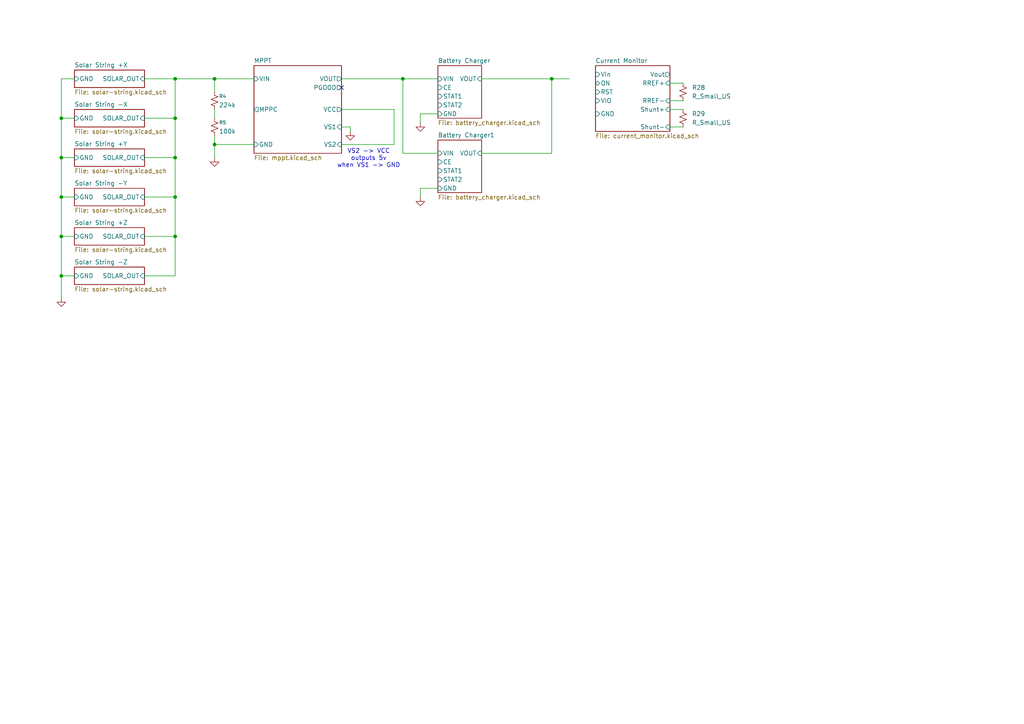
<source format=kicad_sch>
(kicad_sch (version 20250114) (generator "eeschema") (generator_version "9.0")
  (paper "A4")
  (title_block (title "SCRT Cubesat EPS") (date "2025-08-22") (rev "1") (company "OSU"))
  (lib_symbols
    (symbol "Device:R_Small_US" (pin_numbers (hide yes)) (pin_names (offset 0.254) (hide yes))
      (property "Reference" "R" (at 0.762 0.508 0))
      (property "Value" "R_Small_US" (at 0.762 -1.016 0))
      (symbol "R_Small_US_1_1"
        (polyline (pts (xy 0 1.524) (xy 1.016 1.143) (xy 0 0.762) (xy -1.016 0.381) (xy 0 0)))
        (polyline (pts (xy 0 0) (xy 1.016 -0.381) (xy 0 -0.762) (xy -1.016 -1.143) (xy 0 -1.524)))
        (pin passive line (at 0 2.54 270) (length 1.016) (name "~") (number "1"))
        (pin passive line (at 0 -2.54 90) (length 1.016) (name "~") (number "2"))
      )
    )
    (symbol "power:GND" (power) (pin_numbers (hide yes)) (pin_names (offset 0) (hide yes))
      (property "Value" "GND" (at 0 -3.81 0))
      (symbol "GND_0_1"
        (polyline (pts (xy 0 0) (xy 0 -1.27) (xy 1.27 -1.27) (xy 0 -2.54) (xy -1.27 -1.27) (xy 0 -1.27)))
      )
      (symbol "GND_1_1"
        (pin power_in line (at 0 0 270) (length 0) (name "~") (number "1"))
      )
    )
  )
  (text "VS2 -> VCC\noutputs 5v\nwhen VS1 -> GND" (at 106.934 45.974 0) (effects (font (size 1.27 1.27))))
  (junction (at 116.84 22.86))
  (junction (at 17.78 45.72))
  (junction (at 50.8 68.58))
  (junction (at 50.8 45.72))
  (junction (at 17.78 68.58))
  (junction (at 50.8 22.86))
  (junction (at 160.02 22.86))
  (junction (at 17.78 34.29))
  (junction (at 17.78 80.01))
  (junction (at 62.23 41.91))
  (junction (at 50.8 34.29))
  (junction (at 50.8 57.15))
  (junction (at 17.78 57.15))
  (junction (at 62.23 22.86))
  (no_connect (at 99.06 25.4))
  (wire (pts (xy 41.91 68.58) (xy 50.8 68.58)))
  (wire (pts (xy 99.06 36.83) (xy 101.6 36.83)))
  (wire (pts (xy 139.7 22.86) (xy 160.02 22.86)))
  (wire (pts (xy 160.02 22.86) (xy 165.1 22.86)))
  (wire (pts (xy 114.3 31.75) (xy 99.06 31.75)))
  (wire (pts (xy 17.78 57.15) (xy 17.78 68.58)))
  (wire (pts (xy 17.78 34.29) (xy 21.59 34.29)))
  (wire (pts (xy 194.31 24.13) (xy 198.12 24.13)))
  (wire (pts (xy 17.78 57.15) (xy 21.59 57.15)))
  (wire (pts (xy 17.78 68.58) (xy 21.59 68.58)))
  (wire (pts (xy 194.31 36.83) (xy 198.12 36.83)))
  (wire (pts (xy 121.92 54.61) (xy 121.92 57.15)))
  (wire (pts (xy 17.78 80.01) (xy 21.59 80.01)))
  (wire (pts (xy 50.8 68.58) (xy 50.8 57.15)))
  (wire (pts (xy 17.78 80.01) (xy 17.78 86.36)))
  (wire (pts (xy 114.3 41.91) (xy 114.3 31.75)))
  (wire (pts (xy 17.78 22.86) (xy 17.78 34.29)))
  (wire (pts (xy 62.23 45.72) (xy 62.23 41.91)))
  (wire (pts (xy 41.91 57.15) (xy 50.8 57.15)))
  (wire (pts (xy 62.23 22.86) (xy 73.66 22.86)))
  (wire (pts (xy 41.91 22.86) (xy 50.8 22.86)))
  (wire (pts (xy 17.78 34.29) (xy 17.78 45.72)))
  (wire (pts (xy 160.02 44.45) (xy 160.02 22.86)))
  (wire (pts (xy 121.92 33.02) (xy 127 33.02)))
  (wire (pts (xy 116.84 22.86) (xy 116.84 44.45)))
  (wire (pts (xy 50.8 22.86) (xy 62.23 22.86)))
  (wire (pts (xy 50.8 57.15) (xy 50.8 45.72)))
  (wire (pts (xy 139.7 44.45) (xy 160.02 44.45)))
  (wire (pts (xy 21.59 22.86) (xy 17.78 22.86)))
  (wire (pts (xy 116.84 44.45) (xy 127 44.45)))
  (wire (pts (xy 50.8 45.72) (xy 50.8 34.29)))
  (wire (pts (xy 17.78 45.72) (xy 21.59 45.72)))
  (wire (pts (xy 62.23 41.91) (xy 73.66 41.91)))
  (wire (pts (xy 127 54.61) (xy 121.92 54.61)))
  (wire (pts (xy 50.8 34.29) (xy 50.8 22.86)))
  (wire (pts (xy 99.06 41.91) (xy 114.3 41.91)))
  (wire (pts (xy 116.84 22.86) (xy 127 22.86)))
  (wire (pts (xy 101.6 36.83) (xy 101.6 38.1)))
  (wire (pts (xy 41.91 34.29) (xy 50.8 34.29)))
  (wire (pts (xy 194.31 29.21) (xy 198.12 29.21)))
  (wire (pts (xy 62.23 31.75) (xy 62.23 34.29)))
  (wire (pts (xy 121.92 35.56) (xy 121.92 33.02)))
  (wire (pts (xy 62.23 39.37) (xy 62.23 41.91)))
  (wire (pts (xy 41.91 45.72) (xy 50.8 45.72)))
  (wire (pts (xy 50.8 80.01) (xy 50.8 68.58)))
  (wire (pts (xy 194.31 31.75) (xy 198.12 31.75)))
  (wire (pts (xy 41.91 80.01) (xy 50.8 80.01)))
  (wire (pts (xy 99.06 22.86) (xy 116.84 22.86)))
  (wire (pts (xy 17.78 68.58) (xy 17.78 80.01)))
  (wire (pts (xy 62.23 22.86) (xy 62.23 26.67)))
  (wire (pts (xy 17.78 45.72) (xy 17.78 57.15)))
  (symbol (lib_id "Device:R_Small_US") (at 198.12 34.29 0) (unit 1)
    (property "Reference" "R29" (at 200.66 33.0199 0) (effects (justify left)))
    (property "Value" "R_Small_US" (at 200.66 35.5599 0) (effects (justify left)))
    (property "Description" "Resistor, small US symbol" (effects (hide yes)))
  )
  (symbol (lib_id "Device:R_Small_US") (at 198.12 26.67 0) (unit 1)
    (property "Reference" "R28" (at 200.66 25.3999 0) (effects (justify left)))
    (property "Value" "R_Small_US" (at 200.66 27.9399 0) (effects (justify left)))
    (property "Description" "Resistor, small US symbol" (effects (hide yes)))
  )
  (symbol (lib_id "power:GND") (at 17.78 86.36 0) (unit 1)
    (property "Reference" "#PWR01" (effects (hide yes)))
    (property "Value" "GND" (effects (hide yes)))
    (property "Description" "Power symbol creates a global label with name \"GND\" , ground" (effects (hide yes)))
  )
  (symbol (lib_id "Device:R_Small_US") (at 62.23 29.21 0) (unit 1)
    (property "Reference" "R4" (at 63.5 27.94 0) (effects (font (size 1.016 1.016)) (justify left)))
    (property "Value" "224k" (at 63.5 30.48 0) (effects (justify left)))
    (property "Description" "Resistor, small US symbol" (effects (hide yes)))
  )
  (symbol (lib_id "power:GND") (at 62.23 45.72 0) (unit 1)
    (property "Reference" "#PWR02" (effects (hide yes)))
    (property "Value" "GND" (effects (hide yes)))
    (property "Description" "Power symbol creates a global label with name \"GND\" , ground" (effects (hide yes)))
  )
  (symbol (lib_id "power:GND") (at 121.92 35.56 0) (unit 1)
    (property "Reference" "#PWR04" (effects (hide yes)))
    (property "Value" "GND" (effects (hide yes)))
    (property "Description" "Power symbol creates a global label with name \"GND\" , ground" (effects (hide yes)))
  )
  (symbol (lib_id "power:GND") (at 121.92 57.15 0) (unit 1)
    (property "Reference" "#PWR05" (effects (hide yes)))
    (property "Value" "GND" (effects (hide yes)))
    (property "Description" "Power symbol creates a global label with name \"GND\" , ground" (effects (hide yes)))
  )
  (symbol (lib_id "Device:R_Small_US") (at 62.23 36.83 0) (unit 1)
    (property "Reference" "R5" (at 63.5 35.56 0) (effects (font (size 1.016 1.016)) (justify left)))
    (property "Value" "100k" (at 63.5 38.1 0) (effects (justify left)))
    (property "Description" "Resistor, small US symbol" (effects (hide yes)))
  )
  (symbol (lib_id "power:GND") (at 101.6 38.1 0) (unit 1)
    (property "Reference" "#PWR03" (effects (hide yes)))
    (property "Value" "GND" (effects (hide yes)))
    (property "Description" "Power symbol creates a global label with name \"GND\" , ground" (effects (hide yes)))
  )
  (sheet (at 172.72 19.05) (size 21.59 19.05) (stroke (width 0.1524))
    (property "Sheetname" "Current Monitor" (at 172.72 18.3384 0) (effects (justify left bottom)))
    (property "Sheetfile" "current_monitor.kicad_sch" (at 172.72 38.6846 0) (effects (justify left top)))
    (pin "GND" input (at 172.72 33.02 180))
    (pin "ON" bidirectional (at 172.72 24.13 180))
    (pin "VIO" input (at 172.72 29.21 180))
    (pin "Shunt-" input (at 194.31 36.83 0))
    (pin "Vout" output (at 194.31 21.59 0))
    (pin "RST" input (at 172.72 26.67 180))
    (pin "Shunt+" input (at 194.31 31.75 0))
    (pin "Vin" input (at 172.72 21.59 180))
    (pin "RREF-" input (at 194.31 29.21 0))
    (pin "RREF+" input (at 194.31 24.13 0))
  )
  (sheet (at 21.59 54.61) (size 20.32 5.08) (stroke (width 0.1524))
    (property "Sheetname" "Solar String -Y" (at 21.59 53.8984 0) (effects (justify left bottom)))
    (property "Sheetfile" "solar-string.kicad_sch" (at 21.59 60.2746 0) (effects (justify left top)))
    (pin "SOLAR_OUT" input (at 41.91 57.15 0))
    (pin "GND" input (at 21.59 57.15 180))
  )
  (sheet (at 21.59 31.75) (size 20.32 5.08) (stroke (width 0.1524))
    (property "Sheetname" "Solar String -X" (at 21.59 31.0384 0) (effects (justify left bottom)))
    (property "Sheetfile" "solar-string.kicad_sch" (at 21.59 37.4146 0) (effects (justify left top)))
    (pin "SOLAR_OUT" input (at 41.91 34.29 0))
    (pin "GND" input (at 21.59 34.29 180))
  )
  (sheet (at 127 40.64) (size 12.7 15.24) (stroke (width 0.1524))
    (property "Sheetname" "Battery Charger1" (at 127 39.9284 0) (effects (justify left bottom)))
    (property "Sheetfile" "battery_charger.kicad_sch" (at 127 56.4646 0) (effects (justify left top)))
    (pin "CE" input (at 127 46.99 180))
    (pin "STAT1" input (at 127 49.53 180))
    (pin "STAT2" input (at 127 52.07 180))
    (pin "VIN" input (at 127 44.45 180))
    (pin "VOUT" input (at 139.7 44.45 0))
    (pin "GND" input (at 127 54.61 180))
  )
  (sheet (at 21.59 77.47) (size 20.32 5.08) (stroke (width 0.1524))
    (property "Sheetname" "Solar String -Z" (at 21.59 76.7584 0) (effects (justify left bottom)))
    (property "Sheetfile" "solar-string.kicad_sch" (at 21.59 83.1346 0) (effects (justify left top)))
    (pin "SOLAR_OUT" input (at 41.91 80.01 0))
    (pin "GND" input (at 21.59 80.01 180))
  )
  (sheet (at 21.59 66.04) (size 20.32 5.08) (stroke (width 0.1524))
    (property "Sheetname" "Solar String +Z" (at 21.59 65.3284 0) (effects (justify left bottom)))
    (property "Sheetfile" "solar-string.kicad_sch" (at 21.59 71.7046 0) (effects (justify left top)))
    (pin "SOLAR_OUT" input (at 41.91 68.58 0))
    (pin "GND" input (at 21.59 68.58 180))
  )
  (sheet (at 21.59 20.32) (size 20.32 5.08) (stroke (width 0.1524))
    (property "Sheetname" "Solar String +X" (at 21.59 19.6084 0) (effects (justify left bottom)))
    (property "Sheetfile" "solar-string.kicad_sch" (at 21.59 25.9846 0) (effects (justify left top)))
    (pin "SOLAR_OUT" input (at 41.91 22.86 0))
    (pin "GND" input (at 21.59 22.86 180))
  )
  (sheet (at 127 19.05) (size 12.7 15.24) (stroke (width 0.1524))
    (property "Sheetname" "Battery Charger" (at 127 18.3384 0) (effects (justify left bottom)))
    (property "Sheetfile" "battery_charger.kicad_sch" (at 127 34.8746 0) (effects (justify left top)))
    (pin "CE" input (at 127 25.4 180))
    (pin "STAT1" input (at 127 27.94 180))
    (pin "STAT2" input (at 127 30.48 180))
    (pin "VIN" input (at 127 22.86 180))
    (pin "VOUT" input (at 139.7 22.86 0))
    (pin "GND" input (at 127 33.02 180))
  )
  (sheet (at 21.59 43.18) (size 20.32 5.08) (stroke (width 0.1524))
    (property "Sheetname" "Solar String +Y" (at 21.59 42.4684 0) (effects (justify left bottom)))
    (property "Sheetfile" "solar-string.kicad_sch" (at 21.59 48.8446 0) (effects (justify left top)))
    (pin "SOLAR_OUT" input (at 41.91 45.72 0))
    (pin "GND" input (at 21.59 45.72 180))
  )
  (sheet (at 73.66 19.05) (size 25.4 25.4) (stroke (width 0.1524))
    (property "Sheetname" "MPPT" (at 73.66 18.3384 0) (effects (justify left bottom)))
    (property "Sheetfile" "mppt.kicad_sch" (at 73.66 45.0346 0) (effects (justify left top)))
    (pin "GND" input (at 73.66 41.91 180))
    (pin "MPPC" output (at 73.66 31.75 180))
    (pin "PGOOD" output (at 99.06 25.4 0))
    (pin "VCC" output (at 99.06 31.75 0))
    (pin "VIN" input (at 73.66 22.86 180))
    (pin "VOUT" output (at 99.06 22.86 0))
    (pin "VS1" input (at 99.06 36.83 0))
    (pin "VS2" input (at 99.06 41.91 0))
  )
)
</source>
